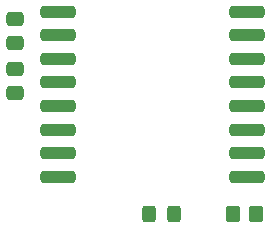
<source format=gbr>
%TF.GenerationSoftware,KiCad,Pcbnew,6.0.5-a6ca702e91~116~ubuntu20.04.1*%
%TF.CreationDate,2022-05-10T07:15:39-05:00*%
%TF.ProjectId,Ra-01_433Mhz_v001,52612d30-315f-4343-9333-4d687a5f7630,rev?*%
%TF.SameCoordinates,Original*%
%TF.FileFunction,Paste,Top*%
%TF.FilePolarity,Positive*%
%FSLAX46Y46*%
G04 Gerber Fmt 4.6, Leading zero omitted, Abs format (unit mm)*
G04 Created by KiCad (PCBNEW 6.0.5-a6ca702e91~116~ubuntu20.04.1) date 2022-05-10 07:15:39*
%MOMM*%
%LPD*%
G01*
G04 APERTURE LIST*
G04 Aperture macros list*
%AMRoundRect*
0 Rectangle with rounded corners*
0 $1 Rounding radius*
0 $2 $3 $4 $5 $6 $7 $8 $9 X,Y pos of 4 corners*
0 Add a 4 corners polygon primitive as box body*
4,1,4,$2,$3,$4,$5,$6,$7,$8,$9,$2,$3,0*
0 Add four circle primitives for the rounded corners*
1,1,$1+$1,$2,$3*
1,1,$1+$1,$4,$5*
1,1,$1+$1,$6,$7*
1,1,$1+$1,$8,$9*
0 Add four rect primitives between the rounded corners*
20,1,$1+$1,$2,$3,$4,$5,0*
20,1,$1+$1,$4,$5,$6,$7,0*
20,1,$1+$1,$6,$7,$8,$9,0*
20,1,$1+$1,$8,$9,$2,$3,0*%
G04 Aperture macros list end*
%ADD10RoundRect,0.250000X-0.475000X0.337500X-0.475000X-0.337500X0.475000X-0.337500X0.475000X0.337500X0*%
%ADD11RoundRect,0.250000X0.475000X-0.337500X0.475000X0.337500X-0.475000X0.337500X-0.475000X-0.337500X0*%
%ADD12RoundRect,0.250000X0.350000X0.450000X-0.350000X0.450000X-0.350000X-0.450000X0.350000X-0.450000X0*%
%ADD13RoundRect,0.250000X-0.325000X-0.450000X0.325000X-0.450000X0.325000X0.450000X-0.325000X0.450000X0*%
%ADD14RoundRect,0.250000X-1.250000X0.250000X-1.250000X-0.250000X1.250000X-0.250000X1.250000X0.250000X0*%
G04 APERTURE END LIST*
D10*
%TO.C,C1*%
X143470000Y-82652500D03*
X143470000Y-84727500D03*
%TD*%
D11*
%TO.C,C2*%
X143500000Y-80467500D03*
X143500000Y-78392500D03*
%TD*%
D12*
%TO.C,R1*%
X163900000Y-94940000D03*
X161900000Y-94940000D03*
%TD*%
D13*
%TO.C,D1*%
X154847500Y-94960000D03*
X156897500Y-94960000D03*
%TD*%
D14*
%TO.C,U1*%
X147140000Y-77790000D03*
X147140000Y-79790000D03*
X147140000Y-81790000D03*
X147140000Y-83790000D03*
X147140000Y-85790000D03*
X147140000Y-87790000D03*
X147140000Y-89790000D03*
X147140000Y-91790000D03*
X163140000Y-91790000D03*
X163140000Y-89790000D03*
X163140000Y-87790000D03*
X163140000Y-85790000D03*
X163140000Y-83790000D03*
X163140000Y-81790000D03*
X163140000Y-79790000D03*
X163140000Y-77790000D03*
%TD*%
M02*

</source>
